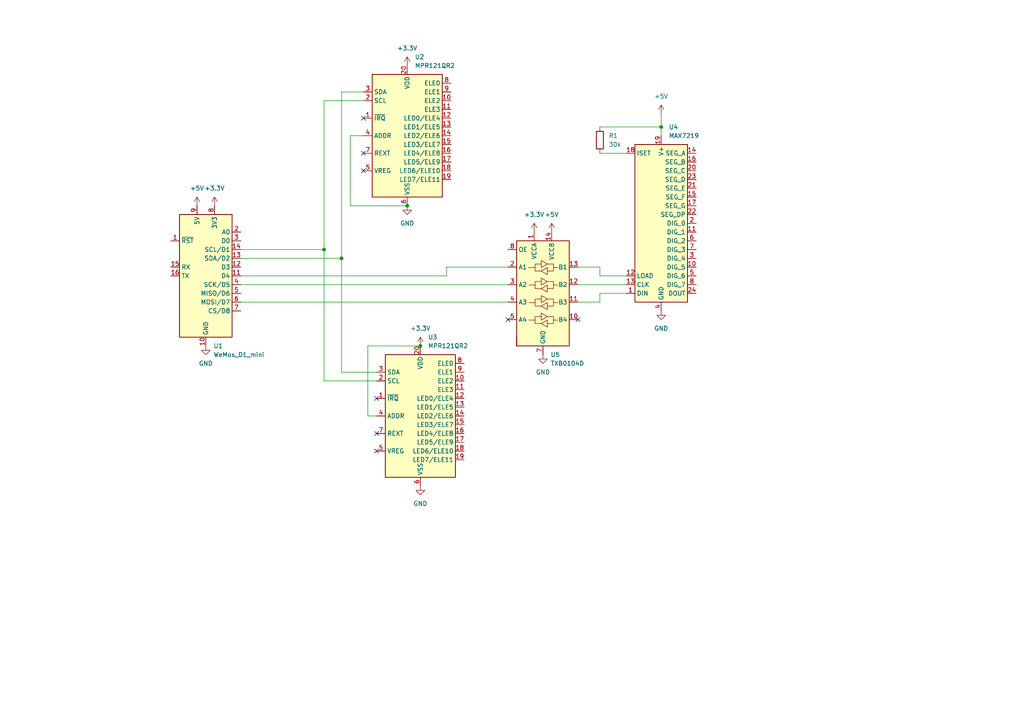
<source format=kicad_sch>
(kicad_sch (version 20230121) (generator eeschema)
  (paper "A4")
  (lib_symbols
    (symbol "Device:R" (pin_numbers hide) (pin_names (offset 0))
      (property "Reference" "R" (at 2.032 0 90))
      (property "Value" "R" (at 0 0 90))
      (symbol "R_0_1"
        (rectangle (start -1.016 -2.54) (end 1.016 2.54) (stroke (width 0.254)))
      )
      (symbol "R_1_1"
        (pin passive line (at 0 3.81 270) (length 1.27) (name "~") (number "1"))
        (pin passive line (at 0 -3.81 90) (length 1.27) (name "~") (number "2"))
      )
    )
    (symbol "Driver_LED:MAX7219"
      (property "Reference" "U" (at -6.35 24.13 0))
      (property "Value" "MAX7219" (at 1.27 25.4 0))
      (symbol "MAX7219_0_1"
        (rectangle (start -7.62 22.86) (end 7.62 -22.86) (stroke (width 0.254)) (fill (type background)))
      )
      (symbol "MAX7219_1_1"
        (pin input line (at -10.16 -20.32 0) (length 2.54) (name "DIN") (number "1"))
        (pin output line (at 10.16 -12.7 180) (length 2.54) (name "DIG_5") (number "10"))
        (pin output line (at 10.16 -2.54 180) (length 2.54) (name "DIG_1") (number "11"))
        (pin input line (at -10.16 -15.24 0) (length 2.54) (name "LOAD") (number "12"))
        (pin input line (at -10.16 -17.78 0) (length 2.54) (name "CLK") (number "13"))
        (pin output line (at 10.16 20.32 180) (length 2.54) (name "SEG_A") (number "14"))
        (pin output line (at 10.16 7.62 180) (length 2.54) (name "SEG_F") (number "15"))
        (pin output line (at 10.16 17.78 180) (length 2.54) (name "SEG_B") (number "16"))
        (pin output line (at 10.16 5.08 180) (length 2.54) (name "SEG_G") (number "17"))
        (pin input line (at -10.16 20.32 0) (length 2.54) (name "ISET") (number "18"))
        (pin power_in line (at 0 25.4 270) (length 2.54) (name "V+") (number "19"))
        (pin output line (at 10.16 0 180) (length 2.54) (name "DIG_0") (number "2"))
        (pin output line (at 10.16 15.24 180) (length 2.54) (name "SEG_C") (number "20"))
        (pin output line (at 10.16 10.16 180) (length 2.54) (name "SEG_E") (number "21"))
        (pin output line (at 10.16 2.54 180) (length 2.54) (name "SEG_DP") (number "22"))
        (pin output line (at 10.16 12.7 180) (length 2.54) (name "SEG_D") (number "23"))
        (pin output line (at 10.16 -20.32 180) (length 2.54) (name "DOUT") (number "24"))
        (pin output line (at 10.16 -10.16 180) (length 2.54) (name "DIG_4") (number "3"))
        (pin power_in line (at 0 -25.4 90) (length 2.54) (name "GND") (number "4"))
        (pin output line (at 10.16 -15.24 180) (length 2.54) (name "DIG_6") (number "5"))
        (pin output line (at 10.16 -5.08 180) (length 2.54) (name "DIG_2") (number "6"))
        (pin output line (at 10.16 -7.62 180) (length 2.54) (name "DIG_3") (number "7"))
        (pin output line (at 10.16 -17.78 180) (length 2.54) (name "DIG_7") (number "8"))
        (pin passive line (at 0 -25.4 90) (length 2.54) hide (name "GND") (number "9"))
      )
    )
    (symbol "Logic_LevelTranslator:TXB0104D"
      (property "Reference" "U" (at -6.35 16.51 0))
      (property "Value" "TXB0104D" (at 3.81 16.51 0))
      (symbol "TXB0104D_0_1"
        (rectangle (start -7.62 -15.24) (end -7.62 -12.7) (stroke (width 0.254)))
        (rectangle (start -7.62 15.24) (end 7.62 -15.24) (stroke (width 0.254)) (fill (type background)))
        (polyline (pts (xy -2.286 -7.747) (xy -2.286 -6.731) (xy -0.508 -6.731)))
        (polyline (pts (xy -2.286 -2.667) (xy -2.286 -1.651) (xy -0.508 -1.651)))
        (polyline (pts (xy -2.286 2.413) (xy -2.286 3.429) (xy -0.508 3.429)))
        (polyline (pts (xy -2.286 7.493) (xy -2.286 8.509) (xy -0.508 8.509)))
        (polyline (pts (xy 3.048 -7.747) (xy 3.048 -8.763) (xy 1.27 -8.763)))
        (polyline (pts (xy 3.048 -2.667) (xy 3.048 -3.683) (xy 1.27 -3.683)))
        (polyline (pts (xy 3.048 2.413) (xy 3.048 1.397) (xy 1.27 1.397)))
        (polyline (pts (xy 3.048 7.493) (xy 3.048 6.477) (xy 1.27 6.477)))
        (polyline (pts (xy -0.508 -8.763) (xy -2.286 -8.763) (xy -2.286 -7.747) (xy -4.064 -7.747)))
        (polyline (pts (xy -0.508 -8.763) (xy 1.27 -7.747) (xy 1.27 -9.779) (xy -0.508 -8.763)))
        (polyline (pts (xy -0.508 -3.683) (xy -2.286 -3.683) (xy -2.286 -2.667) (xy -4.064 -2.667)))
        (polyline (pts (xy -0.508 -3.683) (xy 1.27 -2.667) (xy 1.27 -4.699) (xy -0.508 -3.683)))
        (polyline (pts (xy -0.508 1.397) (xy -2.286 1.397) (xy -2.286 2.413) (xy -4.064 2.413)))
        (polyline (pts (xy -0.508 1.397) (xy 1.27 2.413) (xy 1.27 0.381) (xy -0.508 1.397)))
        (polyline (pts (xy -0.508 6.477) (xy -2.286 6.477) (xy -2.286 7.493) (xy -4.318 7.493)))
        (polyline (pts (xy -0.508 6.477) (xy 1.27 7.493) (xy 1.27 5.461) (xy -0.508 6.477)))
        (polyline (pts (xy 1.27 -6.731) (xy -0.508 -7.747) (xy -0.508 -5.715) (xy 1.27 -6.731)))
        (polyline (pts (xy 1.27 -6.731) (xy 3.048 -6.731) (xy 3.048 -7.747) (xy 4.318 -7.747)))
        (polyline (pts (xy 1.27 -1.651) (xy -0.508 -2.667) (xy -0.508 -0.635) (xy 1.27 -1.651)))
        (polyline (pts (xy 1.27 -1.651) (xy 3.048 -1.651) (xy 3.048 -2.667) (xy 4.318 -2.667)))
        (polyline (pts (xy 1.27 3.429) (xy -0.508 2.413) (xy -0.508 4.445) (xy 1.27 3.429)))
        (polyline (pts (xy 1.27 3.429) (xy 3.048 3.429) (xy 3.048 2.413) (xy 4.318 2.413)))
        (polyline (pts (xy 1.27 8.509) (xy -0.508 7.493) (xy -0.508 9.525) (xy 1.27 8.509)))
        (polyline (pts (xy 1.27 8.509) (xy 3.048 8.509) (xy 3.048 7.493) (xy 4.318 7.493)))
      )
      (symbol "TXB0104D_1_1"
        (pin power_in line (at -2.54 17.78 270) (length 2.54) (name "VCCA") (number "1"))
        (pin bidirectional line (at 10.16 -7.62 180) (length 2.54) (name "B4") (number "10"))
        (pin bidirectional line (at 10.16 -2.54 180) (length 2.54) (name "B3") (number "11"))
        (pin bidirectional line (at 10.16 2.54 180) (length 2.54) (name "B2") (number "12"))
        (pin bidirectional line (at 10.16 7.62 180) (length 2.54) (name "B1") (number "13"))
        (pin power_in line (at 2.54 17.78 270) (length 2.54) (name "VCCB") (number "14"))
        (pin bidirectional line (at -10.16 7.62 0) (length 2.54) (name "A1") (number "2"))
        (pin bidirectional line (at -10.16 2.54 0) (length 2.54) (name "A2") (number "3"))
        (pin bidirectional line (at -10.16 -2.54 0) (length 2.54) (name "A3") (number "4"))
        (pin bidirectional line (at -10.16 -7.62 0) (length 2.54) (name "A4") (number "5"))
        (pin no_connect line (at -7.62 -12.7 0) (length 2.54) hide (name "NC") (number "6"))
        (pin power_in line (at 0 -17.78 90) (length 2.54) (name "GND") (number "7"))
        (pin input line (at -10.16 12.7 0) (length 2.54) (name "OE") (number "8"))
        (pin no_connect line (at 7.62 -12.7 180) (length 2.54) hide (name "NC") (number "9"))
      )
    )
    (symbol "MCU_Module:WeMos_D1_mini"
      (property "Reference" "U" (at 3.81 19.05 0))
      (property "Value" "WeMos_D1_mini" (at 1.27 -19.05 0))
      (symbol "WeMos_D1_mini_1_1"
        (rectangle (start -7.62 17.78) (end 7.62 -17.78) (stroke (width 0.254)) (fill (type background)))
        (pin input line (at -10.16 10.16 0) (length 2.54) (name "~{RST}") (number "1"))
        (pin power_in line (at 0 -20.32 90) (length 2.54) (name "GND") (number "10"))
        (pin bidirectional line (at 10.16 0 180) (length 2.54) (name "D4") (number "11"))
        (pin bidirectional line (at 10.16 2.54 180) (length 2.54) (name "D3") (number "12"))
        (pin bidirectional line (at 10.16 5.08 180) (length 2.54) (name "SDA/D2") (number "13"))
        (pin bidirectional line (at 10.16 7.62 180) (length 2.54) (name "SCL/D1") (number "14"))
        (pin input line (at -10.16 2.54 0) (length 2.54) (name "RX") (number "15"))
        (pin output line (at -10.16 0 0) (length 2.54) (name "TX") (number "16"))
        (pin input line (at 10.16 12.7 180) (length 2.54) (name "A0") (number "2"))
        (pin bidirectional line (at 10.16 10.16 180) (length 2.54) (name "D0") (number "3"))
        (pin bidirectional line (at 10.16 -2.54 180) (length 2.54) (name "SCK/D5") (number "4"))
        (pin bidirectional line (at 10.16 -5.08 180) (length 2.54) (name "MISO/D6") (number "5"))
        (pin bidirectional line (at 10.16 -7.62 180) (length 2.54) (name "MOSI/D7") (number "6"))
        (pin bidirectional line (at 10.16 -10.16 180) (length 2.54) (name "CS/D8") (number "7"))
        (pin power_out line (at 2.54 20.32 270) (length 2.54) (name "3V3") (number "8"))
        (pin power_in line (at -2.54 20.32 270) (length 2.54) (name "5V") (number "9"))
      )
    )
    (symbol "Sensor_Touch:MPR121QR2"
      (property "Reference" "U" (at -10.16 19.05 0))
      (property "Value" "MPR121QR2" (at 6.35 19.05 0))
      (symbol "MPR121QR2_0_1"
        (rectangle (start -10.16 17.78) (end 10.16 -17.78) (stroke (width 0.254)) (fill (type background)))
      )
      (symbol "MPR121QR2_1_1"
        (pin open_collector line (at -12.7 5.08 0) (length 2.54) (name "~{IRQ}") (number "1"))
        (pin passive line (at 12.7 10.16 180) (length 2.54) (name "ELE2") (number "10"))
        (pin passive line (at 12.7 7.62 180) (length 2.54) (name "ELE3") (number "11"))
        (pin passive line (at 12.7 5.08 180) (length 2.54) (name "LED0/ELE4") (number "12"))
        (pin passive line (at 12.7 2.54 180) (length 2.54) (name "LED1/ELE5") (number "13"))
        (pin passive line (at 12.7 0 180) (length 2.54) (name "LED2/ELE6") (number "14"))
        (pin passive line (at 12.7 -2.54 180) (length 2.54) (name "LED3/ELE7") (number "15"))
        (pin passive line (at 12.7 -5.08 180) (length 2.54) (name "LED4/ELE8") (number "16"))
        (pin passive line (at 12.7 -7.62 180) (length 2.54) (name "LED5/ELE9") (number "17"))
        (pin passive line (at 12.7 -10.16 180) (length 2.54) (name "LED6/ELE10") (number "18"))
        (pin passive line (at 12.7 -12.7 180) (length 2.54) (name "LED7/ELE11") (number "19"))
        (pin input line (at -12.7 10.16 0) (length 2.54) (name "SCL") (number "2"))
        (pin power_in line (at 0 20.32 270) (length 2.54) (name "VDD") (number "20"))
        (pin bidirectional line (at -12.7 12.7 0) (length 2.54) (name "SDA") (number "3"))
        (pin input line (at -12.7 0 0) (length 2.54) (name "ADDR") (number "4"))
        (pin passive line (at -12.7 -10.16 0) (length 2.54) (name "VREG") (number "5"))
        (pin power_in line (at 0 -20.32 90) (length 2.54) (name "VSS") (number "6"))
        (pin passive line (at -12.7 -5.08 0) (length 2.54) (name "REXT") (number "7"))
        (pin passive line (at 12.7 15.24 180) (length 2.54) (name "ELE0") (number "8"))
        (pin passive line (at 12.7 12.7 180) (length 2.54) (name "ELE1") (number "9"))
      )
    )
    (symbol "power:+3.3V" (power) (pin_names (offset 0))
      (property "Value" "+3.3V" (at 0 3.556 0))
      (symbol "+3.3V_0_1"
        (polyline (pts (xy -0.762 1.27) (xy 0 2.54)))
        (polyline (pts (xy 0 0) (xy 0 2.54)))
        (polyline (pts (xy 0 2.54) (xy 0.762 1.27)))
      )
      (symbol "+3.3V_1_1"
        (pin power_in line (at 0 0 90) (length 0) hide (name "+3.3V") (number "1"))
      )
    )
    (symbol "power:+5V" (power) (pin_names (offset 0))
      (property "Value" "+5V" (at 0 3.556 0))
      (symbol "+5V_0_1"
        (polyline (pts (xy -0.762 1.27) (xy 0 2.54)))
        (polyline (pts (xy 0 0) (xy 0 2.54)))
        (polyline (pts (xy 0 2.54) (xy 0.762 1.27)))
      )
      (symbol "+5V_1_1"
        (pin power_in line (at 0 0 90) (length 0) hide (name "+5V") (number "1"))
      )
    )
    (symbol "power:GND" (power) (pin_names (offset 0))
      (property "Value" "GND" (at 0 -3.81 0))
      (symbol "GND_0_1"
        (polyline (pts (xy 0 0) (xy 0 -1.27) (xy 1.27 -1.27) (xy 0 -2.54) (xy -1.27 -1.27) (xy 0 -1.27)))
      )
      (symbol "GND_1_1"
        (pin power_in line (at 0 0 270) (length 0) hide (name "GND") (number "1"))
      )
    )
  )
  (junction (at 191.77 36.83))
  (junction (at 121.92 100.33))
  (junction (at 118.11 59.69))
  (junction (at 99.06 74.93))
  (junction (at 93.98 72.39))
  (no_connect (at 167.64 92.71))
  (no_connect (at 109.22 125.73))
  (no_connect (at 109.22 130.81))
  (no_connect (at 105.41 34.29))
  (no_connect (at 109.22 115.57))
  (no_connect (at 147.32 92.71))
  (no_connect (at 105.41 49.53))
  (no_connect (at 105.41 44.45))
  (wire (pts (xy 191.77 33.02) (xy 191.77 36.83)))
  (wire (pts (xy 173.99 87.63) (xy 173.99 85.09)))
  (wire (pts (xy 99.06 107.95) (xy 109.22 107.95)))
  (wire (pts (xy 173.99 36.83) (xy 191.77 36.83)))
  (wire (pts (xy 129.54 77.47) (xy 147.32 77.47)))
  (wire (pts (xy 129.54 80.01) (xy 129.54 77.47)))
  (wire (pts (xy 93.98 29.21) (xy 93.98 72.39)))
  (wire (pts (xy 105.41 29.21) (xy 93.98 29.21)))
  (wire (pts (xy 69.85 82.55) (xy 147.32 82.55)))
  (wire (pts (xy 173.99 85.09) (xy 181.61 85.09)))
  (wire (pts (xy 69.85 74.93) (xy 99.06 74.93)))
  (wire (pts (xy 106.68 100.33) (xy 121.92 100.33)))
  (wire (pts (xy 173.99 44.45) (xy 181.61 44.45)))
  (wire (pts (xy 93.98 110.49) (xy 109.22 110.49)))
  (wire (pts (xy 105.41 26.67) (xy 99.06 26.67)))
  (wire (pts (xy 167.64 82.55) (xy 181.61 82.55)))
  (wire (pts (xy 105.41 39.37) (xy 101.6 39.37)))
  (wire (pts (xy 69.85 72.39) (xy 93.98 72.39)))
  (wire (pts (xy 167.64 87.63) (xy 173.99 87.63)))
  (wire (pts (xy 101.6 59.69) (xy 118.11 59.69)))
  (wire (pts (xy 69.85 87.63) (xy 147.32 87.63)))
  (wire (pts (xy 93.98 72.39) (xy 93.98 110.49)))
  (wire (pts (xy 101.6 39.37) (xy 101.6 59.69)))
  (wire (pts (xy 99.06 26.67) (xy 99.06 74.93)))
  (wire (pts (xy 106.68 120.65) (xy 106.68 100.33)))
  (wire (pts (xy 173.99 77.47) (xy 173.99 80.01)))
  (wire (pts (xy 69.85 80.01) (xy 129.54 80.01)))
  (wire (pts (xy 167.64 77.47) (xy 173.99 77.47)))
  (wire (pts (xy 99.06 74.93) (xy 99.06 107.95)))
  (wire (pts (xy 191.77 36.83) (xy 191.77 39.37)))
  (wire (pts (xy 173.99 80.01) (xy 181.61 80.01)))
  (wire (pts (xy 109.22 120.65) (xy 106.68 120.65)))
  (symbol (lib_id "power:+3.3V") (at 121.92 100.33 0) (unit 1)
    (property "Reference" "#PWR011" (effects hide))
    (property "Value" "+3.3V" (at 121.92 95.25 0))
  )
  (symbol (lib_id "power:+3.3V") (at 154.94 67.31 0) (unit 1)
    (property "Reference" "#PWR08" (effects hide))
    (property "Value" "+3.3V" (at 154.94 62.23 0))
  )
  (symbol (lib_id "power:+5V") (at 160.02 67.31 0) (unit 1)
    (property "Reference" "#PWR05" (effects hide))
    (property "Value" "+5V" (at 160.02 62.23 0))
  )
  (symbol (lib_id "Logic_LevelTranslator:TXB0104D") (at 157.48 85.09 0) (unit 1)
    (property "Reference" "U5" (at 159.6741 102.87 0) (effects (justify left)))
    (property "Value" "TXB0104D" (at 159.6741 105.41 0) (effects (justify left)))
    (property "Footprint" "Package_SO:SOIC-14_3.9x8.7mm_P1.27mm" (effects hide))
    (property "Datasheet" "http://www.ti.com/lit/ds/symlink/txb0104.pdf" (effects hide))
  )
  (symbol (lib_id "power:GND") (at 121.92 140.97 0) (unit 1)
    (property "Reference" "#PWR03" (effects hide))
    (property "Value" "GND" (at 121.92 146.05 0))
  )
  (symbol (lib_id "Sensor_Touch:MPR121QR2") (at 121.92 120.65 0) (unit 1)
    (property "Reference" "U3" (at 124.1141 97.79 0) (effects (justify left)))
    (property "Value" "MPR121QR2" (at 124.1141 100.33 0) (effects (justify left)))
    (property "Footprint" "Package_DFN_QFN:UQFN-20_3x3mm_P0.4mm" (effects hide))
    (property "Datasheet" "https://resurgentsemi.com/wp-content/uploads/2018/09/MPR121_rev5-Resurgent.pdf?d453f8&d453f8" (effects hide))
  )
  (symbol (lib_id "Device:R") (at 173.99 40.64 0) (unit 1)
    (property "Reference" "R1" (at 176.53 39.37 0) (effects (justify left)))
    (property "Value" "30k" (at 176.53 41.91 0) (effects (justify left)))
  )
  (symbol (lib_id "power:+3.3V") (at 118.11 19.05 0) (unit 1)
    (property "Reference" "#PWR010" (effects hide))
    (property "Value" "+3.3V" (at 118.11 13.97 0))
  )
  (symbol (lib_id "power:+5V") (at 57.15 59.69 0) (unit 1)
    (property "Reference" "#PWR07" (effects hide))
    (property "Value" "+5V" (at 57.15 54.61 0))
  )
  (symbol (lib_id "power:GND") (at 157.48 102.87 0) (unit 1)
    (property "Reference" "#PWR012" (effects hide))
    (property "Value" "GND" (at 157.48 107.95 0))
  )
  (symbol (lib_id "power:GND") (at 59.69 100.33 0) (unit 1)
    (property "Reference" "#PWR01" (effects hide))
    (property "Value" "GND" (at 59.69 105.41 0))
  )
  (symbol (lib_id "power:GND") (at 191.77 90.17 0) (unit 1)
    (property "Reference" "#PWR04" (effects hide))
    (property "Value" "GND" (at 191.77 95.25 0))
  )
  (symbol (lib_id "power:+5V") (at 191.77 33.02 0) (unit 1)
    (property "Reference" "#PWR06" (effects hide))
    (property "Value" "+5V" (at 191.77 27.94 0))
  )
  (symbol (lib_id "Driver_LED:MAX7219") (at 191.77 64.77 0) (unit 1)
    (property "Reference" "U4" (at 193.9641 36.83 0) (effects (justify left)))
    (property "Value" "MAX7219" (at 193.9641 39.37 0) (effects (justify left)))
    (property "Datasheet" "https://datasheets.maximintegrated.com/en/ds/MAX7219-MAX7221.pdf" (effects hide))
  )
  (symbol (lib_id "power:GND") (at 118.11 59.69 0) (unit 1)
    (property "Reference" "#PWR02" (effects hide))
    (property "Value" "GND" (at 118.11 64.77 0))
  )
  (symbol (lib_id "power:+3.3V") (at 62.23 59.69 0) (unit 1)
    (property "Reference" "#PWR09" (effects hide))
    (property "Value" "+3.3V" (at 62.23 54.61 0))
  )
  (symbol (lib_id "Sensor_Touch:MPR121QR2") (at 118.11 39.37 0) (unit 1)
    (property "Reference" "U2" (at 120.3041 16.51 0) (effects (justify left)))
    (property "Value" "MPR121QR2" (at 120.3041 19.05 0) (effects (justify left)))
    (property "Footprint" "Package_DFN_QFN:UQFN-20_3x3mm_P0.4mm" (effects hide))
    (property "Datasheet" "https://resurgentsemi.com/wp-content/uploads/2018/09/MPR121_rev5-Resurgent.pdf?d453f8&d453f8" (effects hide))
  )
  (symbol (lib_id "MCU_Module:WeMos_D1_mini") (at 59.69 80.01 0) (unit 1)
    (property "Reference" "U1" (at 61.8841 100.33 0) (effects (justify left)))
    (property "Value" "WeMos_D1_mini" (at 61.8841 102.87 0) (effects (justify left)))
    (property "Footprint" "Module:WEMOS_D1_mini_light" (effects hide))
    (property "Datasheet" "https://wiki.wemos.cc/products:d1:d1_mini#documentation" (effects hide))
  )
)
</source>
